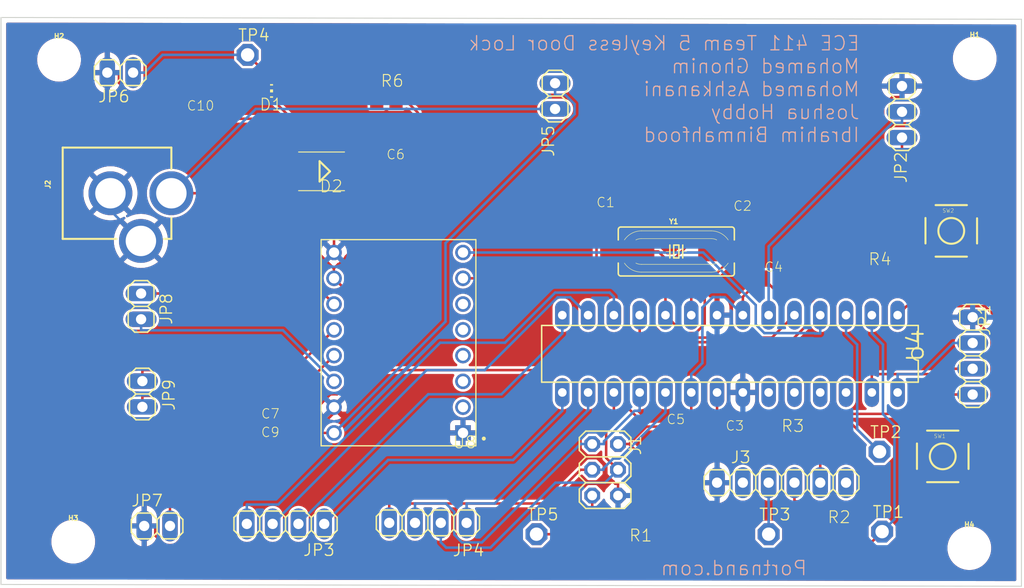
<source format=kicad_pcb>
(kicad_pcb (version 20211014) (generator pcbnew)
  (title_block (title "Keypad Door Lock PCB") (rev "1") (company "ECE 411 Team 5 Practicum"))
  (layers (0 "F.Cu" signal) (31 "B.Cu" signal) (34 "B.Paste" user) (35 "F.Paste" user) (36 "B.SilkS" user "B.Silkscreen") (37 "F.SilkS" user "F.Silkscreen") (38 "B.Mask" user) (39 "F.Mask" user) (44 "Edge.Cuts" user))
  (net 0 "")
  (net 1 "+5V")
  (net 2 "GND")
  (net 3 "Net-(C6-Pad1)")
  (net 4 "Net-(C9-Pad1)")
  (net 5 "Net-(J1-Pad5)")
  (net 6 "Net-(J3-Pad4)")
  (net 7 "Net-(C2-Pad2)")
  (net 8 "Net-(C1-Pad2)")
  (net 9 "Net-(J3-Pad5)")
  (net 10 "Net-(JP3-Pad4)")
  (net 11 "Net-(JP3-Pad3)")
  (net 12 "Net-(JP3-Pad2)")
  (net 13 "Net-(JP3-Pad1)")
  (net 14 "Net-(C3-Pad1)")
  (net 19 "Net-(R6-Pad1)")
  (net 20 "Net-(JP4-Pad4)")
  (net 21 "Net-(J1-Pad4)")
  (net 22 "Net-(J1-Pad1)")
  (net 28 "Net-(J1-Pad3)")
  (net 29 "Net-(JP1-Pad3)")
  (net 30 "Net-(JP1-Pad2)")
  (net 31 "Net-(JP8-Pad2)")
  (net 32 "Net-(JP9-Pad1)")
  (net 33 "Net-(JP9-Pad2)")
  (net 34 "Net-(JP8-Pad1)")
  (net 35 "+12V")
  (net 38 "Net-(J3-Pad3)")
  (net 39 "Net-(JP2-Pad2)")
  (net 40 "Net-(R2-Pad1)")
  (net 41 "Net-(R3-Pad1)")
  (net 42 "Net-(R4-Pad2)")
  (net 43 "Net-(U4-Pad4)")
  (net 44 "Net-(U4-Pad5)")
  (footprint "Keyless_Door:P1-13" (layer "F.Cu") (at 176.53 99.06)
    (fp_text reference "TP3")
    (fp_text value "Testpoint")
  )
  (footprint "Keyless_Door:1X03" (layer "F.Cu") (at 189.6618 57.4294 90)
    (fp_text reference "JP2")
    (fp_text value "VCC.1 | IN1 | GND")
  )
  (footprint "Keyless_Door:R0805" (layer "F.Cu") (at 178.4858 89.4588)
    (fp_text reference "R3")
    (fp_text value "1K")
  )
  (footprint "Keyless_Door:2X03" (layer "F.Cu") (at 160.4264 92.71 -90)
    (property "Value" "")
    (fp_text reference "J1")
    (fp_text value "3x2 M")
  )
  (footprint "Keyless_Door:1X04" (layer "F.Cu") (at 142.9766 97.9424)
    (fp_text reference "JP4")
    (fp_text value "PINHD-1X4")
  )
  (footprint "Keyless_Door:C0805K" (layer "F.Cu") (at 139.3792 63.2968)
    (fp_text reference "C6")
    (fp_text value "10u")
  )
  (footprint "Keyless_Door:C0805K" (layer "F.Cu") (at 130.1844 86.614)
    (fp_text reference "C7")
    (fp_text value "100u")
  )
  (footprint "Keyless_Door:C0805K" (layer "F.Cu") (at 120.4468 58.1152 180)
    (fp_text reference "C10")
    (fp_text value "100n")
  )
  (footprint "Keyless_Door:P1-13" (layer "F.Cu") (at 125.222 51.816)
    (fp_text reference "TP4")
    (fp_text value "Testpoint")
  )
  (footprint "Keyless_Door:P1-13" (layer "F.Cu") (at 153.67 99.06)
    (fp_text reference "TP5")
    (fp_text value "Testpoint")
  )
  (footprint "Keyless_Door:C0805K" (layer "F.Cu") (at 171.6184 66.5226)
    (fp_text reference "C2")
    (fp_text value "30p")
  )
  (footprint "Keyless_Door:STAND-OFF" (layer "F.Cu") (at 108.0516 99.7966)
    (fp_text reference "H3")
    (fp_text value "STAND-OFF")
  )
  (footprint "Keyless_Door:R0805" (layer "F.Cu") (at 160.7058 99.187 180)
    (fp_text reference "R1")
    (fp_text value "10K")
  )
  (footprint "Keyless_Door:C0805K" (layer "F.Cu") (at 163.4142 66.4972 180)
    (fp_text reference "C1")
    (fp_text value "30p")
  )
  (footprint "Keyless_Door:CHIP-LED0805" (layer "F.Cu") (at 127.728 55.372 90)
    (property "Value" "")
    (fp_text reference "D1")
    (fp_text value "LED")
  )
  (footprint "Keyless_Door:TACTILE_SWITCH_SMD" (layer "F.Cu") (at 193.675 91.3892)
    (fp_text reference "SW1")
    (fp_text value "!Reset")
  )
  (footprint "Keyless_Door:C0805K" (layer "F.Cu") (at 130.2164 89.0778 180)
    (fp_text reference "C9")
    (fp_text value "100u")
  )
  (footprint "Keyless_Door:MODULE_A4988_STEPPER_MOTOR_DRIVER_CARRIER" (layer "F.Cu") (at 140.081 80.1878 180)
    (fp_text reference "U8")
    (fp_text value "A4988_STEPPER_MOTOR_DRIVER_CARRIER")
  )
  (footprint "Keyless_Door:HC49UP" (layer "F.Cu") (at 167.4368 71.1962)
    (fp_text reference "Y1")
    (fp_text value "Crystal")
  )
  (footprint "Keyless_Door:C0805K" (layer "F.Cu") (at 168.8846 88.5538 -90)
    (fp_text reference "C5")
    (fp_text value "100n")
  )
  (footprint "Keyless_Door:C0805K" (layer "F.Cu") (at 171.45 88.5792 -90)
    (fp_text reference "C3")
    (fp_text value "100n")
  )
  (footprint "Keyless_Door:1X02" (layer "F.Cu") (at 155.4988 55.88 -90)
    (fp_text reference "JP5")
    (fp_text value "COM | NO")
  )
  (footprint "Keyless_Door:STAND-OFF" (layer "F.Cu") (at 196.8246 52.1716)
    (fp_text reference "H1")
    (fp_text value "STAND-OFF")
  )
  (footprint "Keyless_Door:1X04" (layer "F.Cu") (at 196.6214 81.4832 -90)
    (fp_text reference "JP1")
    (fp_text value "1x4 Pin Conn.")
  )
  (footprint "Keyless_Door:R0805" (layer "F.Cu") (at 138.8872 56.3372)
    (fp_text reference "R6")
    (fp_text value "1k")
  )
  (footprint "Keyless_Door:1X02" (layer "F.Cu") (at 114.7318 76.6064 90)
    (fp_text reference "JP8")
    (fp_text value "2B+ & 1B-")
  )
  (footprint "Keyless_Door:1X06" (layer "F.Cu") (at 177.8 93.98)
    (property "Value" "")
    (fp_text reference "J3")
    (fp_text value "1x6 M")
  )
  (footprint "Keyless_Door:TACTILE_SWITCH_SMD" (layer "F.Cu") (at 194.5132 69.1642)
    (fp_text reference "SW2")
    (fp_text value "Open")
  )
  (footprint "Keyless_Door:C0805K" (layer "F.Cu") (at 177.022 73.8632)
    (fp_text reference "C4")
    (fp_text value "100n")
  )
  (footprint "Keyless_Door:R0805" (layer "F.Cu") (at 187.5536 73.4568 180)
    (fp_text reference "R4")
    (fp_text value "10K")
  )
  (footprint "Keyless_Door:1X02" (layer "F.Cu") (at 112.6744 53.5686 180)
    (fp_text reference "JP6")
    (fp_text value "IN- & IN+")
  )
  (footprint "Keyless_Door:STAND-OFF" (layer "F.Cu") (at 106.6546 52.2986)
    (fp_text reference "H2")
    (fp_text value "STAND-OFF")
  )
  (footprint "Keyless_Door:R0805" (layer "F.Cu") (at 182.8952 99.3394)
    (fp_text reference "R2")
    (fp_text value "1K")
  )
  (footprint "Keyless_Door:P1-13" (layer "F.Cu") (at 187.706 98.806)
    (fp_text reference "TP1")
    (fp_text value "Testpoint")
  )
  (footprint "Keyless_Door:STAND-OFF" (layer "F.Cu") (at 196.2912 100.4316)
    (fp_text reference "H4")
    (fp_text value "STAND-OFF")
  )
  (footprint "Keyless_Door:DIL28-3" (layer "F.Cu") (at 172.72 81.28 180)
    (fp_text reference "U4")
    (fp_text value "ATMEGA328P-PU")
  )
  (footprint "Keyless_Door:P1-13" (layer "F.Cu") (at 187.452 90.932)
    (fp_text reference "TP2")
    (fp_text value "Testpoint")
  )
  (footprint "Keyless_Door:SMB" (layer "F.Cu") (at 132.502 63.2968 180)
    (property "Value" "")
    (fp_text reference "D2")
    (fp_text value "M7")
  )
  (footprint "Keyless_Door:1X02" (layer "F.Cu") (at 114.8588 85.2424 -90)
    (fp_text reference "JP9")
    (fp_text value "1A+ & 2A-")
  )
  (footprint "Keyless_Door:1X04" (layer "F.Cu") (at 128.9558 98.044 180)
    (fp_text reference "JP3")
    (fp_text value "PINHD-1X4")
  )
  (footprint "Keyless_Door:1X02" (layer "F.Cu") (at 116.3066 98.2472)
    (fp_text reference "JP7")
    (fp_text value "OUT- & OUT+")
  )
  (footprint "Keyless_Door:POWER_JACK_PTH" (layer "F.Cu") (at 104.013 65.4558 -90)
    (property "Value" "")
    (fp_text reference "J2")
    (fp_text value "Power Jack")
  )
  (gr_line (start 100.9396 48.133) (end 100.9396 104.013) (layer "Edge.Cuts") (width 0.1))
  (gr_line (start 100.9396 104.013) (end 201.422 104.1908) (layer "Edge.Cuts") (width 0.1))
  (gr_line (start 201.422 104.1908) (end 201.422 48.3108) (layer "Edge.Cuts") (width 0.1))
  (gr_line (start 201.422 48.3108) (end 100.9396 48.133) (layer "Edge.Cuts") (width 0.1))
  (gr_text "Portnand.com" (at 180.3908 103.2256) (layer "B.SilkS") (effects (font (size 1.40208 1.40208) (thickness 0.12192)) (justify left bottom mirror)))
  (gr_text "ECE 411 Team 5 Keyless Door Lock\nMohamed Ghonim\nMohamed Ashkanani\nJoshua Hobby\nIbrahim Binmahfood" (at 185.5724 60.5282) (layer "B.SilkS") (effects (font (size 1.40208 1.40208) (thickness 0.12192)) (justify left bottom mirror)))
  (segment (start 133.7137 72.8703) (end 133.7137 73.8205) (width 0.25) (layer "F.Cu") (net 1))
  (segment (start 140.8125 56.3372) (end 141.986 57.5107) (width 0.25) (layer "F.Cu") (net 1))
  (segment (start 134.204861 72.4418) (end 134.1422 72.4418) (width 0.25) (layer "F.Cu") (net 1))
  (segment (start 135.3004 82.8876) (end 161.2705 82.8876) (width 0.25) (layer "F.Cu") (net 1))
  (segment (start 188.6064 72.3217) (end 193.1204 67.8077) (width 0.25) (layer "F.Cu") (net 1))
  (segment (start 193.1204 67.8077) (end 193.1204 64.5751) (width 0.25) (layer "F.Cu") (net 1))
  (segment (start 139.8372 56.3372) (end 140.8125 56.3372) (width 0.25) (layer "F.Cu") (net 1))
  (segment (start 173.99 75.6625) (end 174.9869 74.6656) (width 0.25) (layer "F.Cu") (net 1))
  (segment (start 194.7123 85.2932) (end 192.8046 87.2009) (width 0.25) (layer "F.Cu") (net 1))
  (segment (start 135.3004 84.0066) (end 134.0392 85.2678) (width 0.25) (layer "F.Cu") (net 1))
  (segment (start 168.91 85.09) (end 168.91 86.8975) (width 0.25) (layer "F.Cu") (net 1))
  (segment (start 168.8846 87.5538) (end 168.8846 86.9229) (width 0.25) (layer "F.Cu") (net 1))
  (segment (start 135.3004 75.4072) (end 135.3004 82.8876) (width 0.25) (layer "F.Cu") (net 1))
  (segment (start 181.9566 72.3217) (end 179.179 75.0993) (width 0.25) (layer "F.Cu") (net 1))
  (segment (start 188.5036 72.3217) (end 181.9566 72.3217) (width 0.25) (layer "F.Cu") (net 1))
  (segment (start 168.9841 88.5546) (end 168.8846 88.4551) (width 0.25) (layer "F.Cu") (net 1))
  (segment (start 163.322 98.4961) (end 163.322 90.6938) (width 0.25) (layer "F.Cu") (net 1))
  (segment (start 193.1204 64.5751) (end 189.6618 61.1165) (width 0.25) (layer "F.Cu") (net 1))
  (segment (start 168.8846 88.0044) (end 168.8846 87.5538) (width 0.25) (layer "F.Cu") (net 1))
  (segment (start 133.7137 73.8205) (end 133.731 73.8378) (width 0.25) (layer "F.Cu") (net 1))
  (segment (start 161.6558 99.187) (end 162.6311 99.187) (width 0.25) (layer "F.Cu") (net 1))
  (segment (start 192.8046 87.2009) (end 174.1927 87.2009) (width 0.25) (layer "F.Cu") (net 1))
  (segment (start 141.986 57.5107) (end 141.986 64.598) (width 0.25) (layer "F.Cu") (net 1))
  (segment (start 162.6311 99.187) (end 163.322 98.4961) (width 0.25) (layer "F.Cu") (net 1))
  (segment (start 168.8846 88.0044) (end 168.8846 88.4551) (width 0.25) (layer "F.Cu") (net 1))
  (segment (start 172.839 88.5546) (end 168.9841 88.5546) (width 0.25) (layer "F.Cu") (net 1))
  (segment (start 135.3004 82.8876) (end 135.3004 84.0066) (width 0.25) (layer "F.Cu") (net 1))
  (segment (start 117.5766 98.2472) (end 117.5766 95.7834) (width 0.25) (layer "F.Cu") (net 1))
  (segment (start 189.6618 59.9694) (end 189.6618 61.1165) (width 0.25) (layer "F.Cu") (net 1))
  (segment (start 164.5131 88.4551) (end 168.8846 88.4551) (width 0.25) (layer "F.Cu") (net 1))
  (segment (start 134.1422 72.4418) (end 133.7137 72.8703) (width 0.25) (layer "F.Cu") (net 1))
  (segment (start 132.0354 62.146) (end 128.0046 58.1152) (width 0.25) (layer "F.Cu") (net 1))
  (segment (start 162.5045 84.1216) (end 162.5045 86.4465) (width 0.25) (layer "F.Cu") (net 1))
  (segment (start 163.322 90.6938) (end 162.7982 90.17) (width 0.25) (layer "F.Cu") (net 1))
  (segment (start 188.5036 72.3217) (end 188.6064 72.3217) (width 0.25) (layer "F.Cu") (net 1))
  (segment (start 133.7137 72.8703) (end 132.0354 71.192) (width 0.25) (layer "F.Cu") (net 1))
  (segment (start 162.5045 86.4465) (end 164.5131 88.4551) (width 0.25) (layer "F.Cu") (net 1))
  (segment (start 129.6604 85.09) (end 131.1844 86.614) (width 0.25) (layer "F.Cu") (net 1))
  (segment (start 134.0392 85.2678) (end 133.384 85.2678) (width 0.25) (layer "F.Cu") (net 1))
  (segment (start 117.5766 95.7834) (end 128.27 85.09) (width 0.25) (layer "F.Cu") (net 1))
  (segment (start 188.5036 73.4568) (end 188.5036 72.4492) (width 0.25) (layer "F.Cu") (net 1))
  (segment (start 179.179 75.0993) (end 177.2581 75.0993) (width 0.25) (layer "F.Cu") (net 1))
  (segment (start 177.2581 75.0993) (end 176.022 73.8632) (width 0.25) (layer "F.Cu") (net 1))
  (segment (start 174.9869 74.6656) (end 174.9869 73.8632) (width 0.25) (layer "F.Cu") (net 1))
  (segment (start 174.1927 87.2009) (end 172.839 88.5546) (width 0.25) (layer "F.Cu") (net 1))
  (segment (start 164.5131 88.4551) (end 162.7982 90.17) (width 0.25) (layer "F.Cu") (net 1))
  (segment (start 132.1597 86.4921) (end 132.1597 86.614) (width 0.25) (layer "F.Cu") (net 1))
  (segment (start 133.731 73.8378) (end 135.3004 75.4072) (width 0.25) (layer "F.Cu") (net 1))
  (segment (start 134.875 71.771661) (end 134.204861 72.4418) (width 0.25) (layer "F.Cu") (net 1))
  (segment (start 176.022 73.8632) (end 174.9869 73.8632) (width 0.25) (layer "F.Cu") (net 1))
  (segment (start 121.4468 58.1152) (end 122.4221 58.1152) (width 0.25) (layer "F.Cu") (net 1))
  (segment (start 132.0354 71.192) (end 132.0354 62.146) (width 0.25) (layer "F.Cu") (net 1))
  (segment (start 128.0046 58.1152) (end 122.4221 58.1152) (width 0.25) (layer "F.Cu") (net 1))
  (segment (start 196.6214 85.2932) (end 194.7123 85.2932) (width 0.25) (layer "F.Cu") (net 1))
  (segment (start 168.8846 86.9229) (end 168.91 86.8975) (width 0.25) (layer "F.Cu") (net 1))
  (segment (start 188.5036 72.4492) (end 188.5036 72.3217) (width 0.25) (layer "F.Cu") (net 1))
  (segment (start 134.875 71.709) (end 134.875 71.771661) (width 0.25) (layer "F.Cu") (net 1))
  (segment (start 131.1844 86.614) (end 132.1597 86.614) (width 0.25) (layer "F.Cu") (net 1))
  (segment (start 161.2705 82.8876) (end 162.5045 84.1216) (width 0.25) (layer "F.Cu") (net 1))
  (segment (start 173.99 77.47) (end 173.99 75.6625) (width 0.25) (layer "F.Cu") (net 1))
  (segment (start 133.384 85.2678) (end 132.1597 86.4921) (width 0.25) (layer "F.Cu") (net 1))
  (segment (start 128.27 85.09) (end 129.6604 85.09) (width 0.25) (layer "F.Cu") (net 1))
  (segment (start 161.6964 90.17) (end 162.7982 90.17) (width 0.25) (layer "F.Cu") (net 1))
  (segment (start 141.986 64.598) (end 134.875 71.709) (width 0.25) (layer "F.Cu") (net 1))
  (segment (start 168.91 83.2825) (end 170.0063 82.1862) (width 0.25) (layer "B.Cu") (net 1))
  (segment (start 171.0166 75.6995) (end 172.2195 75.6995) (width 0.25) (layer "B.Cu") (net 1))
  (segment (start 170.0063 76.7098) (end 171.0166 75.6995) (width 0.25) (layer "B.Cu") (net 1))
  (segment (start 168.91 85.09) (end 168.91 83.2825) (width 0.25) (layer "B.Cu") (net 1))
  (segment (start 170.0063 82.1862) (end 170.0063 76.7098) (width 0.25) (layer "B.Cu") (net 1))
  (segment (start 172.2195 75.6995) (end 173.99 77.47) (width 0.25) (layer "B.Cu") (net 1))
  (segment (start 171.7438 65.3972) (end 171.5937 65.5473) (width 0.25) (layer "F.Cu") (net 2))
  (segment (start 191.135 89.4842) (end 192.2821 89.4842) (width 0.25) (layer "F.Cu") (net 2))
  (segment (start 133.731 64.8877) (end 138.7883 64.8877) (width 0.25) (layer "F.Cu") (net 2))
  (segment (start 111.4044 53.5686) (end 112.5515 53.5686) (width 0.25) (layer "F.Cu") (net 2))
  (segment (start 187.8001 64.1734) (end 190.8859 67.2592) (width 0.25) (layer "F.Cu") (net 2))
  (segment (start 181.5683 64.1734) (end 176.8738 68.8679) (width 0.25) (layer "F.Cu") (net 2))
  (segment (start 117.2531 59.2738) (end 112.5515 54.5723) (width 0.25) (layer "F.Cu") (net 2))
  (segment (start 171.5937 65.5473) (end 171.5937 66.5226) (width 0.25) (layer "F.Cu") (net 2))
  (segment (start 133.731 87.1032) (end 133.731 86.5378) (width 0.25) (layer "F.Cu") (net 2))
  (segment (start 117.1814 59.9874) (end 117.1814 59.3455) (width 0.25) (layer "F.Cu") (net 2))
  (segment (start 171.1687 89.8605) (end 171.45 89.5792) (width 0.25) (layer "F.Cu") (net 2))
  (segment (start 176.8738 68.8679) (end 176.7939 68.9478) (width 0.25) (layer "F.Cu") (net 2))
  (segment (start 174.1528 89.5792) (end 175.9206 87.8114) (width 0.25) (layer "F.Cu") (net 2))
  (segment (start 160.4264 92.2713) (end 160.4264 93.0892) (width 0.25) (layer "F.Cu") (net 2))
  (segment (start 129.1844 86.614) (end 129.1844 87.7393) (width 0.25) (layer "F.Cu") (net 2))
  (segment (start 128.2411 89.0778) (end 128.2411 89.9312) (width 0.25) (layer "F.Cu") (net 2))
  (segment (start 119.4468 58.1152) (end 118.4117 58.1152) (width 0.25) (layer "F.Cu") (net 2))
  (segment (start 173.4031 65.3972) (end 171.7438 65.3972) (width 0.25) (layer "F.Cu") (net 2))
  (segment (start 112.5515 54.5723) (end 112.5515 53.5686) (width 0.25) (layer "F.Cu") (net 2))
  (segment (start 117.1814 59.3455) (end 117.2531 59.2738) (width 0.25) (layer "F.Cu") (net 2))
  (segment (start 117.2531 59.2738) (end 118.4117 58.1152) (width 0.25) (layer "F.Cu") (net 2))
  (segment (start 133.2864 64.8877) (end 133.731 64.8877) (width 0.25) (layer "F.Cu") (net 2))
  (segment (start 138.7883 64.8877) (end 140.3792 63.2968) (width 0.25) (layer "F.Cu") (net 2))
  (segment (start 198.4773 79.5291) (end 196.6214 77.6732) (width 0.25) (layer "F.Cu") (net 2))
  (segment (start 171.45 77.47) (end 171.45 75.6625) (width 0.25) (layer "F.Cu") (net 2))
  (segment (start 192.2821 89.4842) (end 193.0482 88.7181) (width 0.25) (layer "F.Cu") (net 2))
  (segment (start 171.1687 89.8605) (end 170.862 89.5538) (width 0.25) (layer "F.Cu") (net 2))
  (segment (start 129.1844 87.7393) (end 129.2164 87.7713) (width 0.25) (layer "F.Cu") (net 2))
  (segment (start 117.0618 100.1365) (end 116.1239 99.1986) (width 0.25) (layer "F.Cu") (net 2))
  (segment (start 126.678 55.372) (end 126.678 56.2973) (width 0.25) (layer "F.Cu") (net 2))
  (segment (start 126.678 56.6549) (end 125.9031 55.88) (width 0.25) (layer "F.Cu") (net 2))
  (segment (start 161.6964 95.25) (end 161.6964 94.0884) (width 0.25) (layer "F.Cu") (net 2))
  (segment (start 176.7939 72.6351) (end 178.022 73.8632) (width 0.25) (layer "F.Cu") (net 2))
  (segment (start 128.2411 89.9312) (end 118.0358 100.1365) (width 0.25) (layer "F.Cu") (net 2))
  (segment (start 146.431 89.0778) (end 147.5811 89.0778) (width 0.25) (layer "F.Cu") (net 2))
  (segment (start 132.8817 87.9525) (end 133.731 87.1032) (width 0.25) (layer "F.Cu") (net 2))
  (segment (start 133.731 64.8877) (end 133.731 71.2978) (width 0.25) (layer "F.Cu") (net 2))
  (segment (start 111.713 65.4558) (end 117.1814 59.9874) (width 0.25) (layer "F.Cu") (net 2))
  (segment (start 150.0516 91.5483) (end 159.7034 91.5483) (width 0.25) (layer "F.Cu") (net 2))
  (segment (start 133.731 87.1032) (end 143.3063 87.1032) (width 0.25) (layer "F.Cu") (net 2))
  (segment (start 126.678 56.2973) (end 126.678 56.6549) (width 0.25) (layer "F.Cu") (net 2))
  (segment (start 143.3063 87.1032) (end 145.2809 89.0778) (width 0.25) (layer "F.Cu") (net 2))
  (segment (start 129.2164 89.0778) (end 129.2164 87.9525) (width 0.25) (layer "F.Cu") (net 2))
  (segment (start 129.2164 87.9525) (end 132.8817 87.9525) (width 0.25) (layer "F.Cu") (net 2))
  (segment (start 174.4774 72.6351) (end 176.7939 72.6351) (width 0.25) (layer "F.Cu") (net 2))
  (segment (start 129.2164 89.0778) (end 128.2411 89.0778) (width 0.25) (layer "F.Cu") (net 2))
  (segment (start 188.3151 87.8114) (end 189.9879 89.4842) (width 0.25) (layer "F.Cu") (net 2))
  (segment (start 170.6184 66.5226) (end 171.5937 66.5226) (width 0.25) (layer "F.Cu") (net 2))
  (segment (start 127.3155 56.6549) (end 132.5456 61.885) (width 0.25) (layer "F.Cu") (net 2))
  (segment (start 189.6618 54.8894) (end 189.6618 55.9767) (width 0.25) (layer "F.Cu") (net 2))
  (segment (start 195.6032 88.7181) (end 198.4773 85.844) (width 0.25) (layer "F.Cu") (net 2))
  (segment (start 169.6177 66.4972) (end 169.6431 66.5226) (width 0.25) (layer "F.Cu") (net 2))
  (segment (start 159.7034 91.5483) (end 160.4264 92.2713) (width 0.25) (layer "F.Cu") (net 2))
  (segment (start 160.4264 93.0892) (end 161.4256 94.0884) (width 0.25) (layer "F.Cu") (net 2))
  (segment (start 176.7939 68.9478) (end 176.7939 72.6351) (width 0.25) (layer "F.Cu") (net 2))
  (segment (start 191.135 89.4842) (end 189.9879 89.4842) (width 0.25) (layer "F.Cu") (net 2))
  (segment (start 171.45 89.5792) (end 174.1528 89.5792) (width 0.25) (layer "F.Cu") (net 2))
  (segment (start 146.431 89.0778) (end 145.2809 89.0778) (width 0.25) (layer "F.Cu") (net 2))
  (segment (start 118.0358 100.1365) (end 117.0618 100.1365) (width 0.25) (layer "F.Cu") (net 2))
  (segment (start 164.4142 66.4972) (end 169.6177 66.4972) (width 0.25) (layer "F.Cu") (net 2))
  (segment (start 193.0482 88.7181) (end 195.6032 88.7181) (width 0.25) (layer "F.Cu") (net 2))
  (segment (start 176.8738 68.8679) (end 173.4031 65.3972) (width 0.25) (layer "F.Cu") (net 2))
  (segment (start 175.9206 87.8114) (end 188.3151 87.8114) (width 0.25) (layer "F.Cu") (net 2))
  (segment (start 171.45 90.1418) (end 171.1687 89.8605) (width 0.25) (layer "F.Cu") (net 2))
  (segment (start 132.5456 64.1469) (end 133.2864 64.8877) (width 0.25) (layer "F.Cu") (net 2))
  (segment (start 191.9732 67.2592) (end 190.8859 67.2592) (width 0.25) (layer "F.Cu") (net 2))
  (segment (start 125.9031 55.88) (end 119.4468 55.88) (width 0.25) (layer "F.Cu") (net 2))
  (segment (start 115.0366 98.2472) (end 116.1239 98.2472) (width 0.25) (layer "F.Cu") (net 2))
  (segment (start 171.45 93.98) (end 171.45 90.1418) (width 0.25) (layer "F.Cu") (net 2))
  (segment (start 132.5456 61.885) (end 132.5456 64.1469) (width 0.25) (layer "F.Cu") (net 2))
  (segment (start 198.4773 85.844) (end 198.4773 79.5291) (width 0.25) (layer "F.Cu") (net 2))
  (segment (start 171.45 75.6625) (end 174.4774 72.6351) (width 0.25) (layer "F.Cu") (net 2))
  (segment (start 187.8001 64.1734) (end 181.5683 64.1734) (width 0.25) (layer "F.Cu") (net 2))
  (segment (start 170.862 89.5538) (end 170.0099 89.5538) (width 0.25) (layer "F.Cu") (net 2))
  (segment (start 187.8001 56.887) (end 187.8001 64.1734) (width 0.25) (layer "F.Cu") (net 2))
  (segment (start 188.7104 55.9767) (end 187.8001 56.887) (width 0.25) (layer "F.Cu") (net 2))
  (segment (start 189.6618 55.9767) (end 188.7104 55.9767) (width 0.25) (layer "F.Cu") (net 2))
  (segment (start 116.1239 99.1986) (end 116.1239 98.2472) (width 0.25) (layer "F.Cu") (net 2))
  (segment (start 161.4256 94.0884) (end 161.6964 94.0884) (width 0.25) (layer "F.Cu") (net 2))
  (segment (start 119.4468 55.88) (end 119.4468 58.1152) (width 0.25) (layer "F.Cu") (net 2))
  (segment (start 126.678 56.6549) (end 127.3155 56.6549) (width 0.25) (layer "F.Cu") (net 2))
  (segment (start 168.8846 89.5538) (end 170.0099 89.5538) (width 0.25) (layer "F.Cu") (net 2))
  (segment (start 129.2164 87.7713) (end 129.2164 87.9525) (width 0.25) (layer "F.Cu") (net 2))
  (segment (start 170.6184 66.5226) (end 169.6431 66.5226) (width 0.25) (layer "F.Cu") (net 2))
  (segment (start 147.5811 89.0778) (end 150.0516 91.5483) (width 0.25) (layer "F.Cu") (net 2))
  (segment (start 162.858 95.25) (end 163.4971 95.8891) (width 0.25) (layer "B.Cu") (net 2))
  (segment (start 171.45 77.47) (end 171.45 79.2775) (width 0.25) (layer "B.Cu") (net 2))
  (segment (start 173.99 85.09) (end 173.99 81.8175) (width 0.25) (layer "B.Cu") (net 2))
  (segment (start 161.6964 95.25) (end 162.858 95.25) (width 0.25) (layer "B.Cu") (net 2))
  (segment (start 163.4971 95.8891) (end 171.45 95.8891) (width 0.25) (layer "B.Cu") (net 2))
  (segment (start 133.731 71.2978) (end 134.8352 72.402) (width 0.25) (layer "B.Cu") (net 2))
  (segment (start 111.713 67.1558) (end 111.713 65.4558) (width 0.25) (layer "B.Cu") (net 2))
  (segment (start 134.8352 85.4336) (end 133.731 86.5378) (width 0.25) (layer "B.Cu") (net 2))
  (segment (start 173.99 89.5309) (end 173.99 85.09) (width 0.25) (layer "B.Cu") (net 2))
  (segment (start 134.8352 72.402) (end 134.8352 85.4336) (width 0.25) (layer "B.Cu") (net 2))
  (segment (start 114.713 70.1558) (end 111.713 67.1558) (width 0.25) (layer "B.Cu") (net 2))
  (segment (start 171.45 93.98) (end 171.45 95.8891) (width 0.25) (layer "B.Cu") (net 2))
  (segment (start 173.99 81.8175) (end 171.45 79.2775) (width 0.25) (layer "B.Cu") (net 2))
  (segment (start 171.45 92.0709) (end 173.99 89.5309) (width 0.25) (layer "B.Cu") (net 2))
  (segment (start 171.45 93.98) (end 171.45 92.0709) (width 0.25) (layer "B.Cu") (net 2))
  (segment (start 136.6412 62.5341) (end 134.702 62.5341) (width 0.25) (layer "F.Cu") (net 3))
  (segment (start 127.762 54.356) (end 125.222 51.816) (width 0.25) (layer "F.Cu") (net 3))
  (segment (start 134.702 63.2968) (end 134.702 62.5341) (width 0.25) (layer "F.Cu") (net 3))
  (segment (start 134.702 62.5341) (end 133.9821 62.5341) (width 0.25) (layer "F.Cu") (net 3))
  (segment (start 127.762 56.314) (end 127.762 54.356) (width 0.25) (layer "F.Cu") (net 3))
  (segment (start 138.3792 63.2968) (end 137.4039 63.2968) (width 0.25) (layer "F.Cu") (net 3))
  (segment (start 133.9821 62.5341) (end 127.762 56.314) (width 0.25) (layer "F.Cu") (net 3))
  (segment (start 137.4039 63.2968) (end 136.6412 62.5341) (width 0.25) (layer "F.Cu") (net 3))
  (segment (start 125.222 51.816) (end 116.8441 51.816) (width 0.25) (layer "B.Cu") (net 3))
  (segment (start 116.8441 51.816) (end 115.0915 53.5686) (width 0.25) (layer "B.Cu") (net 3))
  (segment (start 113.9444 53.5686) (end 115.0915 53.5686) (width 0.25) (layer "B.Cu") (net 3))
  (segment (start 133.731 89.0778) (end 131.2164 89.0778) (width 0.25) (layer "F.Cu") (net 4))
  (segment (start 156.5062 55.7571) (end 157.421 56.6719) (width 0.25) (layer "B.Cu") (net 4))
  (segment (start 155.4988 55.7571) (end 156.5062 55.7571) (width 0.25) (layer "B.Cu") (net 4))
  (segment (start 155.4988 54.61) (end 155.4988 55.7571) (width 0.25) (layer "B.Cu") (net 4))
  (segment (start 144.7085 70.3625) (end 144.7085 78.1003) (width 0.25) (layer "B.Cu") (net 4))
  (segment (start 157.421 57.65) (end 144.7085 70.3625) (width 0.25) (layer "B.Cu") (net 4))
  (segment (start 144.7085 78.1003) (end 133.731 89.0778) (width 0.25) (layer "B.Cu") (net 4))
  (segment (start 157.421 56.6719) (end 157.421 57.65) (width 0.25) (layer "B.Cu") (net 4))
  (segment (start 187.6838 100.8886) (end 161.4652 100.8886) (width 0.25) (layer "F.Cu") (net 5))
  (segment (start 161.4652 100.8886) (end 159.7636 99.187) (width 0.25) (layer "F.Cu") (net 5))
  (segment (start 190.1176 76.5824) (end 197.8309 76.5824) (width 0.25) (layer "F.Cu") (net 5))
  (segment (start 159.7636 99.187) (end 159.7558 99.187) (width 0.25) (layer "F.Cu") (net 5))
  (segment (start 196.215 89.4842) (end 197.3023 89.4842) (width 0.25) (layer "F.Cu") (net 5))
  (segment (start 159.1564 95.25) (end 159.1564 96.4116) (width 0.25) (layer "F.Cu") (net 5))
  (segment (start 197.8309 76.5824) (end 198.9987 77.7502) (width 0.25) (layer "F.Cu") (net 5))
  (segment (start 198.9987 77.7502) (end 198.9987 87.7878) (width 0.25) (layer "F.Cu") (net 5))
  (segment (start 159.7558 99.187) (end 158.7207 99.187) (width 0.25) (layer "F.Cu") (net 5))
  (segment (start 195.1277 89.4842) (end 195.1277 93.4447) (width 0.25) (layer "F.Cu") (net 5))
  (segment (start 159.7558 97.011) (end 159.7558 99.187) (width 0.25) (layer "F.Cu") (net 5))
  (segment (start 196.215 89.4842) (end 195.1277 89.4842) (width 0.25) (layer "F.Cu") (net 5))
  (segment (start 159.1564 96.4116) (end 159.7558 97.011) (width 0.25) (layer "F.Cu") (net 5))
  (segment (start 198.9987 87.7878) (end 197.3023 89.4842) (width 0.25) (layer "F.Cu") (net 5))
  (segment (start 195.1277 93.4447) (end 187.6838 100.8886) (width 0.25) (layer "F.Cu") (net 5))
  (segment (start 153.67 99.06) (end 158.5937 99.06) (width 0.25) (layer "F.Cu") (net 5))
  (segment (start 158.5937 99.06) (end 158.7207 99.187) (width 0.25) (layer "F.Cu") (net 5))
  (segment (start 189.23 77.47) (end 190.1176 76.5824) (width 0.25) (layer "F.Cu") (net 5))
  (segment (start 179.07 93.98) (end 179.07 95.8293) (width 0.25) (layer "F.Cu") (net 6))
  (segment (start 180.3351 95.8293) (end 179.07 95.8293) (width 0.25) (layer "F.Cu") (net 6))
  (segment (start 183.8452 99.3394) (end 180.3351 95.8293) (width 0.25) (layer "F.Cu") (net 6))
  (segment (start 165.6629 71.1962) (end 166.3262 71.8595) (width 0.25) (layer "F.Cu") (net 7))
  (segment (start 167.2815 71.8595) (end 172.6184 66.5226) (width 0.25) (layer "F.Cu") (net 7))
  (segment (start 167.2815 74.034) (end 167.2815 71.8595) (width 0.25) (layer "F.Cu") (net 7))
  (segment (start 168.91 77.47) (end 168.91 75.6625) (width 0.25) (layer "F.Cu") (net 7))
  (segment (start 166.3262 71.8595) (end 167.2815 71.8595) (width 0.25) (layer "F.Cu") (net 7))
  (segment (start 162.6108 71.1962) (end 165.6629 71.1962) (width 0.25) (layer "F.Cu") (net 7))
  (segment (start 168.91 75.6625) (end 167.2815 74.034) (width 0.25) (layer "F.Cu") (net 7))
  (segment (start 162.4142 66.4972) (end 161.4389 66.4972) (width 0.25) (layer "F.Cu") (net 8))
  (segment (start 166.37 77.47) (end 168.1349 79.2349) (width 0.25) (layer "F.Cu") (net 8))
  (segment (start 170.2355 78.3394) (end 170.2355 74.514) (width 0.25) (layer "F.Cu") (net 8))
  (segment (start 163.4255 72.7778) (end 166.37 75.7223) (width 0.25) (layer "F.Cu") (net 8))
  (segment (start 168.1349 79.2349) (end 169.34 79.2349) (width 0.25) (layer "F.Cu") (net 8))
  (segment (start 172.2628 71.1962) (end 172.2628 72.4867) (width 0.25) (layer "F.Cu") (net 8))
  (segment (start 169.34 79.2349) (end 170.2355 78.3394) (width 0.25) (layer "F.Cu") (net 8))
  (segment (start 161.4389 66.4972) (end 159.5812 68.3549) (width 0.25) (layer "F.Cu") (net 8))
  (segment (start 166.37 77.47) (end 166.37 75.7223) (width 0.25) (layer "F.Cu") (net 8))
  (segment (start 159.5812 72.2807) (end 160.0783 72.7778) (width 0.25) (layer "F.Cu") (net 8))
  (segment (start 170.2355 74.514) (end 172.2628 72.4867) (width 0.25) (layer "F.Cu") (net 8))
  (segment (start 160.0783 72.7778) (end 163.4255 72.7778) (width 0.25) (layer "F.Cu") (net 8))
  (segment (start 159.5812 68.3549) (end 159.5812 72.2807) (width 0.25) (layer "F.Cu") (net 8))
  (segment (start 181.61 90.6577) (end 180.4111 89.4588) (width 0.25) (layer "F.Cu") (net 9))
  (segment (start 179.4358 89.4588) (end 180.4111 89.4588) (width 0.25) (layer "F.Cu") (net 9))
  (segment (start 181.61 93.98) (end 181.61 90.6577) (width 0.25) (layer "F.Cu") (net 9))
  (segment (start 150.5681 80.1878) (end 155.5072 75.2487) (width 0.25) (layer "B.Cu") (net 10))
  (segment (start 125.1458 98.044) (end 125.1458 96.1349) (width 0.25) (layer "B.Cu") (net 10))
  (segment (start 128.2392 96.1349) (end 144.1863 80.1878) (width 0.25) (layer "B.Cu") (net 10))
  (segment (start 144.1863 80.1878) (end 150.5681 80.1878) (width 0.25) (layer "B.Cu") (net 10))
  (segment (start 125.1458 96.1349) (end 128.2392 96.1349) (width 0.25) (layer "B.Cu") (net 10))
  (segment (start 160.8762 75.2487) (end 161.29 75.6625) (width 0.25) (layer "B.Cu") (net 10))
  (segment (start 155.5072 75.2487) (end 160.8762 75.2487) (width 0.25) (layer "B.Cu") (net 10))
  (segment (start 161.29 77.47) (end 161.29 75.6625) (width 0.25) (layer "B.Cu") (net 10))
  (segment (start 155.7488 75.7135) (end 148.5752 82.8871) (width 0.25) (layer "B.Cu") (net 11))
  (segment (start 156.9935 75.7135) (end 155.7488 75.7135) (width 0.25) (layer "B.Cu") (net 11))
  (segment (start 142.8427 82.8871) (end 127.6858 98.044) (width 0.25) (layer "B.Cu") (net 11))
  (segment (start 148.5752 82.8871) (end 142.8427 82.8871) (width 0.25) (layer "B.Cu") (net 11))
  (segment (start 158.75 77.47) (end 156.9935 75.7135) (width 0.25) (layer "B.Cu") (net 11))
  (segment (start 156.21 77.47) (end 156.21 79.2775) (width 0.25) (layer "B.Cu") (net 12))
  (segment (start 150.2197 85.2678) (end 156.21 79.2775) (width 0.25) (layer "B.Cu") (net 12))
  (segment (start 143.002 85.2678) (end 150.2197 85.2678) (width 0.25) (layer "B.Cu") (net 12))
  (segment (start 130.2258 98.044) (end 143.002 85.2678) (width 0.25) (layer "B.Cu") (net 12))
  (segment (start 151.3601 91.7474) (end 156.21 86.8975) (width 0.25) (layer "B.Cu") (net 13))
  (segment (start 132.7658 98.044) (end 139.0624 91.7474) (width 0.25) (layer "B.Cu") (net 13))
  (segment (start 156.21 85.09) (end 156.21 86.8975) (width 0.25) (layer "B.Cu") (net 13))
  (segment (start 139.0624 91.7474) (end 151.3601 91.7474) (width 0.25) (layer "B.Cu") (net 13))
  (segment (start 171.45 85.09) (end 171.45 87.5792) (width 0.25) (layer "F.Cu") (net 14))
  (segment (start 130.7283 56.3372) (end 129.7631 55.372) (width 0.25) (layer "F.Cu") (net 19))
  (segment (start 137.9372 56.3372) (end 130.7283 56.3372) (width 0.25) (layer "F.Cu") (net 19))
  (segment (start 128.778 55.372) (end 129.7631 55.372) (width 0.25) (layer "F.Cu") (net 19))
  (segment (start 149.5544 96.0333) (end 146.7866 96.0333) (width 0.25) (layer "B.Cu") (net 20))
  (segment (start 158.75 86.8377) (end 149.5544 96.0333) (width 0.25) (layer "B.Cu") (net 20))
  (segment (start 146.7866 97.9424) (end 146.7866 96.0333) (width 0.25) (layer "B.Cu") (net 20))
  (segment (start 158.75 85.09) (end 158.75 86.8377) (width 0.25) (layer "B.Cu") (net 20))
  (segment (start 160.528 87.5997) (end 160.528 91.5416) (width 0.25) (layer "F.Cu") (net 21))
  (segment (start 161.29 85.09) (end 161.29 86.8377) (width 0.25) (layer "F.Cu") (net 21))
  (segment (start 160.528 91.5416) (end 161.6964 92.71) (width 0.25) (layer "F.Cu") (net 21))
  (segment (start 161.29 86.8377) (end 160.528 87.5997) (width 0.25) (layer "F.Cu") (net 21))
  (segment (start 155.5358 93.98) (end 149.1322 100.3836) (width 0.25) (layer "B.Cu") (net 21))
  (segment (start 149.1322 100.3836) (end 144.7787 100.3836) (width 0.25) (layer "B.Cu") (net 21))
  (segment (start 144.2466 97.9424) (end 144.2466 99.8515) (width 0.25) (layer "B.Cu") (net 21))
  (segment (start 144.7787 100.3836) (end 144.2466 99.8515) (width 0.25) (layer "B.Cu") (net 21))
  (segment (start 160.4264 93.98) (end 155.5358 93.98) (width 0.25) (layer "B.Cu") (net 21))
  (segment (start 161.6964 92.71) (end 160.4264 93.98) (width 0.25) (layer "B.Cu") (net 21))
  (segment (start 160.318 89.8992) (end 160.318 90.17) (width 0.25) (layer "B.Cu") (net 22))
  (segment (start 159.1564 90.17) (end 160.318 90.17) (width 0.25) (layer "B.Cu") (net 22))
  (segment (start 146.333 99.8731) (end 145.5738 99.1139) (width 0.25) (layer "B.Cu") (net 22))
  (segment (start 145.5738 96.8569) (end 144.7502 96.0333) (width 0.25) (layer "B.Cu") (net 22))
  (segment (start 159.1564 90.17) (end 157.9948 90.17) (width 0.25) (layer "B.Cu") (net 22))
  (segment (start 157.9948 90.17) (end 148.2917 99.8731) (width 0.25) (layer "B.Cu") (net 22))
  (segment (start 145.5738 99.1139) (end 145.5738 96.8569) (width 0.25) (layer "B.Cu") (net 22))
  (segment (start 163.83 86.8975) (end 163.3197 86.8975) (width 0.25) (layer "B.Cu") (net 22))
  (segment (start 144.7502 96.0333) (end 141.7066 96.0333) (width 0.25) (layer "B.Cu") (net 22))
  (segment (start 163.83 85.09) (end 163.83 86.8975) (width 0.25) (layer "B.Cu") (net 22))
  (segment (start 148.2917 99.8731) (end 146.333 99.8731) (width 0.25) (layer "B.Cu") (net 22))
  (segment (start 141.7066 97.9424) (end 141.7066 96.0333) (width 0.25) (layer "B.Cu") (net 22))
  (segment (start 163.3197 86.8975) (end 160.318 89.8992) (width 0.25) (layer "B.Cu") (net 22))
  (segment (start 159.1564 92.71) (end 157.9948 92.71) (width 0.25) (layer "F.Cu") (net 28))
  (segment (start 139.1666 96.0333) (end 154.6715 96.0333) (width 0.25) (layer "F.Cu") (net 28))
  (segment (start 154.6715 96.0333) (end 157.9948 92.71) (width 0.25) (layer "F.Cu") (net 28))
  (segment (start 139.1666 97.9424) (end 139.1666 96.0333) (width 0.25) (layer "F.Cu") (net 28))
  (segment (start 161.2222 91.6082) (end 160.2582 92.5722) (width 0.25) (layer "B.Cu") (net 28))
  (segment (start 159.1564 92.71) (end 160.2582 92.71) (width 0.25) (layer "B.Cu") (net 28))
  (segment (start 166.37 87.0619) (end 161.8237 91.6082) (width 0.25) (layer "B.Cu") (net 28))
  (segment (start 161.8237 91.6082) (end 161.2222 91.6082) (width 0.25) (layer "B.Cu") (net 28))
  (segment (start 160.2582 92.5722) (end 160.2582 92.71) (width 0.25) (layer "B.Cu") (net 28))
  (segment (start 166.37 85.09) (end 166.37 87.0619) (width 0.25) (layer "B.Cu") (net 28))
  (segment (start 194.183 83.2825) (end 194.7123 82.7532) (width 0.25) (layer "F.Cu") (net 29))
  (segment (start 186.69 83.2825) (end 194.183 83.2825) (width 0.25) (layer "F.Cu") (net 29))
  (segment (start 196.6214 82.7532) (end 194.7123 82.7532) (width 0.25) (layer "F.Cu") (net 29))
  (segment (start 186.69 85.09) (end 186.69 83.2825) (width 0.25) (layer "F.Cu") (net 29))
  (segment (start 196.6214 80.2132) (end 194.7123 80.2132) (width 0.25) (layer "B.Cu") (net 30))
  (segment (start 191.643 83.2825) (end 194.7123 80.2132) (width 0.25) (layer "B.Cu") (net 30))
  (segment (start 189.23 83.2825) (end 191.643 83.2825) (width 0.25) (layer "B.Cu") (net 30))
  (segment (start 189.23 85.09) (end 189.23 83.2825) (width 0.25) (layer "B.Cu") (net 30))
  (segment (start 132.6896 75.3364) (end 133.731 76.3778) (width 0.25) (layer "F.Cu") (net 31))
  (segment (start 114.7318 75.3364) (end 132.6896 75.3364) (width 0.25) (layer "F.Cu") (net 31))
  (segment (start 114.8588 83.9724) (end 114.8588 82.8851) (width 0.25) (layer "F.Cu") (net 32))
  (segment (start 133.731 78.9178) (end 129.7637 82.8851) (width 0.25) (layer "F.Cu") (net 32))
  (segment (start 129.7637 82.8851) (end 114.8588 82.8851) (width 0.25) (layer "F.Cu") (net 32))
  (segment (start 114.8588 86.5124) (end 114.8588 85.4251) (width 0.25) (layer "F.Cu") (net 33))
  (segment (start 130.6502 84.5386) (end 116.8326 84.5386) (width 0.25) (layer "F.Cu") (net 33))
  (segment (start 116.8326 84.5386) (end 115.9461 85.4251) (width 0.25) (layer "F.Cu") (net 33))
  (segment (start 133.731 81.4578) (end 130.6502 84.5386) (width 0.25) (layer "F.Cu") (net 33))
  (segment (start 115.9461 85.4251) (end 114.8588 85.4251) (width 0.25) (layer "F.Cu") (net 33))
  (segment (start 128.6969 78.9637) (end 133.731 83.9978) (width 0.25) (layer "B.Cu") (net 34))
  (segment (start 114.7318 78.9637) (end 128.6969 78.9637) (width 0.25) (layer "B.Cu") (net 34))
  (segment (start 114.7318 77.8764) (end 114.7318 78.9637) (width 0.25) (layer "B.Cu") (net 34))
  (segment (start 126.5579 65.4558) (end 128.7169 63.2968) (width 0.25) (layer "F.Cu") (net 35))
  (segment (start 130.302 63.2968) (end 128.7169 63.2968) (width 0.25) (layer "F.Cu") (net 35))
  (segment (start 117.713 65.4558) (end 126.5579 65.4558) (width 0.25) (layer "F.Cu") (net 35))
  (segment (start 126.0188 57.15) (end 155.4988 57.15) (width 0.25) (layer "B.Cu") (net 35))
  (segment (start 117.713 65.4558) (end 126.0188 57.15) (width 0.25) (layer "B.Cu") (net 35))
  (segment (start 176.53 93.98) (end 176.53 99.06) (width 0.25) (layer "B.Cu") (net 38))
  (segment (start 189.6618 57.4294) (end 189.6618 58.5167) (width 0.25) (layer "B.Cu") (net 39))
  (segment (start 188.7104 58.5167) (end 189.6618 58.5167) (width 0.25) (layer "B.Cu") (net 39))
  (segment (start 176.53 77.47) (end 176.53 70.6971) (width 0.25) (layer "B.Cu") (net 39))
  (segment (start 176.53 70.6971) (end 188.7104 58.5167) (width 0.25) (layer "B.Cu") (net 39))
  (segment (start 186.0972 100.4148) (end 183.0206 100.4148) (width 0.25) (layer "F.Cu") (net 40))
  (segment (start 187.706 98.806) (end 186.0972 100.4148) (width 0.25) (layer "F.Cu") (net 40))
  (segment (start 183.0206 100.4148) (end 181.9452 99.3394) (width 0.25) (layer "F.Cu") (net 40))
  (segment (start 188.9269 97.5851) (end 187.706 98.806) (width 0.25) (layer "B.Cu") (net 40))
  (segment (start 187.7863 80.3738) (end 187.7863 87.224) (width 0.25) (layer "B.Cu") (net 40))
  (segment (start 187.7863 87.224) (end 188.9269 88.3646) (width 0.25) (layer "B.Cu") (net 40))
  (segment (start 186.69 79.2775) (end 187.7863 80.3738) (width 0.25) (layer "B.Cu") (net 40))
  (segment (start 188.9269 88.3646) (end 188.9269 97.5851) (width 0.25) (layer "B.Cu") (net 40))
  (segment (start 186.69 77.47) (end 186.69 79.2775) (width 0.25) (layer "B.Cu") (net 40))
  (segment (start 177.5358 89.4588) (end 177.5358 88.3237) (width 0.25) (layer "F.Cu") (net 41))
  (segment (start 184.8437 88.3237) (end 177.5358 88.3237) (width 0.25) (layer "F.Cu") (net 41))
  (segment (start 187.452 90.932) (end 184.8437 88.3237) (width 0.25) (layer "F.Cu") (net 41))
  (segment (start 185.2463 80.3738) (end 185.2463 88.7263) (width 0.25) (layer "B.Cu") (net 41))
  (segment (start 184.15 77.47) (end 184.15 79.2775) (width 0.25) (layer "B.Cu") (net 41))
  (segment (start 185.2463 88.7263) (end 187.452 90.932) (width 0.25) (layer "B.Cu") (net 41))
  (segment (start 184.15 79.2775) (end 185.2463 80.3738) (width 0.25) (layer "B.Cu") (net 41))
  (segment (start 180.34 78.4015) (end 180.34 76.5452) (width 0.25) (layer "F.Cu") (net 42))
  (segment (start 186.6036 74.5321) (end 186.7475 74.676) (width 0.25) (layer "F.Cu") (net 42))
  (segment (start 180.34 76.5452) (end 182.3531 74.5321) (width 0.25) (layer "F.Cu") (net 42))
  (segment (start 195.9659 67.2592) (end 197.0532 67.2592) (width 0.25) (layer "F.Cu") (net 42))
  (segment (start 186.7475 74.676) (end 189.9814 74.676) (width 0.25) (layer "F.Cu") (net 42))
  (segment (start 163.83 79.2177) (end 164.7479 80.1356) (width 0.25) (layer "F.Cu") (net 42))
  (segment (start 189.9814 74.676) (end 195.9659 68.6915) (width 0.25) (layer "F.Cu") (net 42))
  (segment (start 182.3531 74.5321) (end 186.6036 74.5321) (width 0.25) (layer "F.Cu") (net 42))
  (segment (start 186.6036 73.4568) (end 186.6036 74.5321) (width 0.25) (layer "F.Cu") (net 42))
  (segment (start 195.9659 68.6915) (end 195.9659 67.2592) (width 0.25) (layer "F.Cu") (net 42))
  (segment (start 164.7479 80.1356) (end 178.6059 80.1356) (width 0.25) (layer "F.Cu") (net 42))
  (segment (start 178.6059 80.1356) (end 180.34 78.4015) (width 0.25) (layer "F.Cu") (net 42))
  (segment (start 163.83 77.47) (end 163.83 79.2177) (width 0.25) (layer "F.Cu") (net 42))
  (segment (start 181.0491 79.2395) (end 176.1082 79.2395) (width 0.25) (layer "B.Cu") (net 43))
  (segment (start 175.26 76.4744) (end 170.0834 71.2978) (width 0.25) (layer "B.Cu") (net 43))
  (segment (start 176.1082 79.2395) (end 175.26 78.3913) (width 0.25) (layer "B.Cu") (net 43))
  (segment (start 181.61 77.47) (end 181.61 79.2775) (width 0.25) (layer "B.Cu") (net 43))
  (segment (start 181.61 79.2775) (end 181.0871 79.2775) (width 0.25) (layer "B.Cu") (net 43))
  (segment (start 181.0871 79.2775) (end 181.0491 79.2395) (width 0.25) (layer "B.Cu") (net 43))
  (segment (start 175.26 78.3913) (end 175.26 76.4744) (width 0.25) (layer "B.Cu") (net 43))
  (segment (start 170.0834 71.2978) (end 146.431 71.2978) (width 0.25) (layer "B.Cu") (net 43))
  (segment (start 176.8548 79.6852) (end 166.3841 79.6852) (width 0.25) (layer "F.Cu") (net 44))
  (segment (start 165.1 78.4011) (end 165.1 76.5593) (width 0.25) (layer "F.Cu") (net 44))
  (segment (start 165.1 76.5593) (end 162.3785 73.8378) (width 0.25) (layer "F.Cu") (net 44))
  (segment (start 179.07 77.47) (end 176.8548 79.6852) (width 0.25) (layer "F.Cu") (net 44))
  (segment (start 166.3841 79.6852) (end 165.1 78.4011) (width 0.25) (layer "F.Cu") (net 44))
  (segment (start 162.3785 73.8378) (end 146.431 73.8378) (width 0.25) (layer "F.Cu") (net 44))
  (zone (net 2) (net_name "GND") (layer "F.Cu") (connect_pads (clearance 0.508)) (min_thickness 0.254) (fill yes (thermal_gap 0.508) (thermal_bridge_width 0.508))
    (polygon (pts (xy 201.676 48.26) (xy 201.422 104.14) (xy 101.092 103.886) (xy 100.838 48.006)))
  )
  (zone (net 2) (net_name "GND") (layer "B.Cu") (connect_pads (clearance 0.508)) (min_thickness 0.254) (fill yes (thermal_gap 0.508) (thermal_bridge_width 0.508))
    (polygon (pts (xy 201.676 104.394) (xy 100.838 103.886) (xy 100.838 48.514) (xy 201.422 48.514)))
  )
)
</source>
